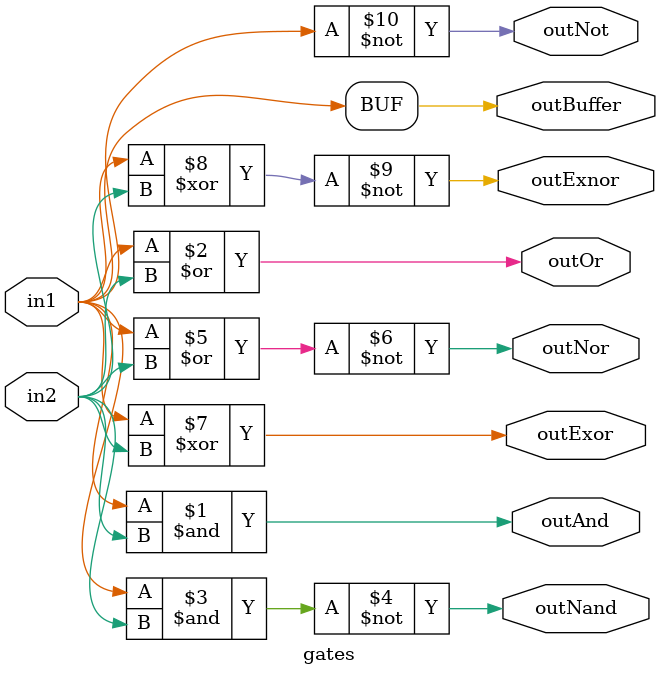
<source format=v>
module gates (in1,in2,outAnd,outOr,outNot,outNand,outNor,outExor,outExnor,outBuffer);
   input in1,in2;
   output outAnd,outOr,outNand,outNor,outNot,outExor,outExnor,outBuffer;
   
   and a1 (outAnd,in1,in2);
   or o1 (outOr,in1,in2);
   nand n1 (outNand,in1,in2);
   nor n2 (outNor,in1,in2);
   not n3 (outNot,in1);
   xor x1 (outExor,in1,in2);
   xnor x2 (outExnor,in1,in2);
   buf b1 (outBuffer,in1);
     
endmodule

</source>
